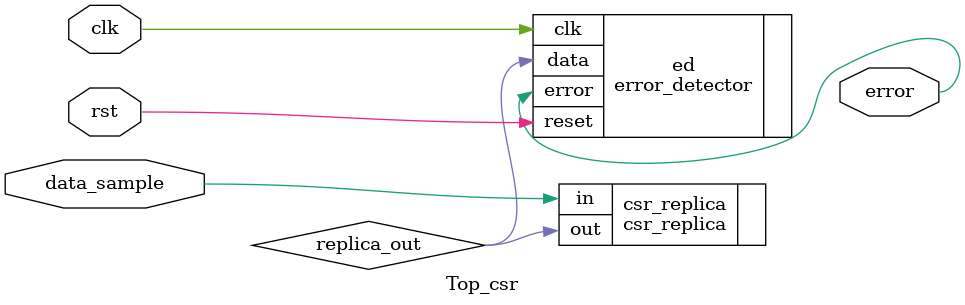
<source format=v>
module Top_csr (
    input clk,
    input rst,
    input data_sample,
    output error
);

    wire replica_out;
    csr_replica csr_replica(
        .in(data_sample),
        .out(replica_out)
    );
    error_detector ed(
        .data(replica_out),
        .clk(clk),
        .reset(rst),
        .error(error)
    ); 
endmodule
</source>
